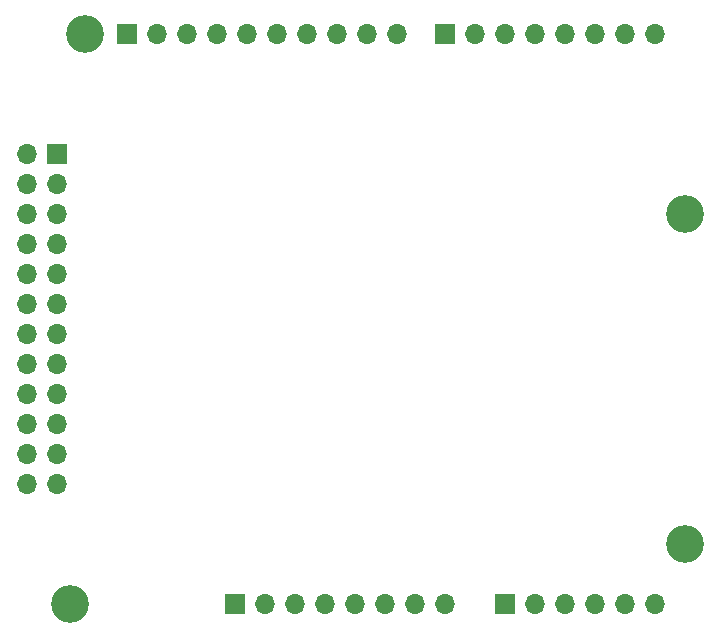
<source format=gbr>
%TF.GenerationSoftware,KiCad,Pcbnew,8.0.3-8.0.3-0~ubuntu23.10.1*%
%TF.CreationDate,2024-08-03T00:22:19-04:00*%
%TF.ProjectId,ADS131M08_Arduino,41445331-3331-44d3-9038-5f4172647569,rev?*%
%TF.SameCoordinates,Original*%
%TF.FileFunction,Soldermask,Bot*%
%TF.FilePolarity,Negative*%
%FSLAX46Y46*%
G04 Gerber Fmt 4.6, Leading zero omitted, Abs format (unit mm)*
G04 Created by KiCad (PCBNEW 8.0.3-8.0.3-0~ubuntu23.10.1) date 2024-08-03 00:22:19*
%MOMM*%
%LPD*%
G01*
G04 APERTURE LIST*
%ADD10R,1.700000X1.700000*%
%ADD11O,1.700000X1.700000*%
%ADD12C,3.200000*%
G04 APERTURE END LIST*
D10*
%TO.C,J5*%
X12875000Y40670000D03*
D11*
X10335000Y40670000D03*
X12875000Y38130000D03*
X10335000Y38130000D03*
X12875000Y35590000D03*
X10335000Y35590000D03*
X12875000Y33050000D03*
X10335000Y33050000D03*
X12875000Y30510000D03*
X10335000Y30510000D03*
X12875000Y27970000D03*
X10335000Y27970000D03*
X12875000Y25430000D03*
X10335000Y25430000D03*
X12875000Y22890000D03*
X10335000Y22890000D03*
X12875000Y20350000D03*
X10335000Y20350000D03*
X12875000Y17810000D03*
X10335000Y17810000D03*
X12875000Y15270000D03*
X10335000Y15270000D03*
X12875000Y12730000D03*
X10335000Y12730000D03*
%TD*%
D12*
%TO.C,MH1*%
X15240000Y50800000D03*
%TD*%
%TO.C,MH2*%
X13970000Y2540000D03*
%TD*%
%TO.C,MH3*%
X66040000Y35560000D03*
%TD*%
%TO.C,MH4*%
X66040000Y7620000D03*
%TD*%
D10*
%TO.C,J1*%
X27940000Y2540000D03*
D11*
X30480000Y2540000D03*
X33020000Y2540000D03*
X35560000Y2540000D03*
X38100000Y2540000D03*
X40640000Y2540000D03*
X43180000Y2540000D03*
X45720000Y2540000D03*
%TD*%
D10*
%TO.C,J3*%
X50800000Y2540000D03*
D11*
X53340000Y2540000D03*
X55880000Y2540000D03*
X58420000Y2540000D03*
X60960000Y2540000D03*
X63500000Y2540000D03*
%TD*%
D10*
%TO.C,J2*%
X18796000Y50800000D03*
D11*
X21336000Y50800000D03*
X23876000Y50800000D03*
X26416000Y50800000D03*
X28956000Y50800000D03*
X31496000Y50800000D03*
X34036000Y50800000D03*
X36576000Y50800000D03*
X39116000Y50800000D03*
X41656000Y50800000D03*
%TD*%
D10*
%TO.C,J4*%
X45720000Y50800000D03*
D11*
X48260000Y50800000D03*
X50800000Y50800000D03*
X53340000Y50800000D03*
X55880000Y50800000D03*
X58420000Y50800000D03*
X60960000Y50800000D03*
X63500000Y50800000D03*
%TD*%
M02*

</source>
